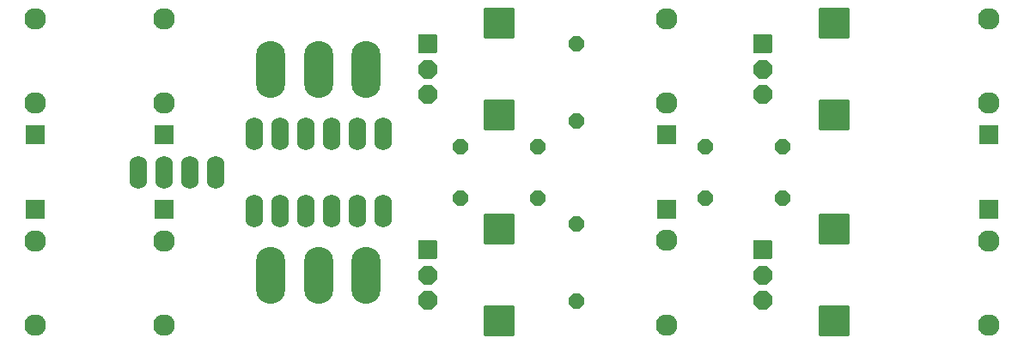
<source format=gbr>
%TF.GenerationSoftware,KiCad,Pcbnew,(6.0.7)*%
%TF.CreationDate,2022-08-20T16:45:58+02:00*%
%TF.ProjectId,ioboard,696f626f-6172-4642-9e6b-696361645f70,rev?*%
%TF.SameCoordinates,Original*%
%TF.FileFunction,Soldermask,Bot*%
%TF.FilePolarity,Negative*%
%FSLAX46Y46*%
G04 Gerber Fmt 4.6, Leading zero omitted, Abs format (unit mm)*
G04 Created by KiCad (PCBNEW (6.0.7)) date 2022-08-20 16:45:58*
%MOMM*%
%LPD*%
G01*
G04 APERTURE LIST*
G04 Aperture macros list*
%AMRoundRect*
0 Rectangle with rounded corners*
0 $1 Rounding radius*
0 $2 $3 $4 $5 $6 $7 $8 $9 X,Y pos of 4 corners*
0 Add a 4 corners polygon primitive as box body*
4,1,4,$2,$3,$4,$5,$6,$7,$8,$9,$2,$3,0*
0 Add four circle primitives for the rounded corners*
1,1,$1+$1,$2,$3*
1,1,$1+$1,$4,$5*
1,1,$1+$1,$6,$7*
1,1,$1+$1,$8,$9*
0 Add four rect primitives between the rounded corners*
20,1,$1+$1,$2,$3,$4,$5,0*
20,1,$1+$1,$4,$5,$6,$7,0*
20,1,$1+$1,$6,$7,$8,$9,0*
20,1,$1+$1,$8,$9,$2,$3,0*%
%AMFreePoly0*
4,1,25,0.333266,0.742596,0.345389,0.732242,0.732242,0.345389,0.760749,0.289441,0.762000,0.273547,0.762000,-0.273547,0.742596,-0.333266,0.732242,-0.345389,0.345389,-0.732242,0.289441,-0.760749,0.273547,-0.762000,-0.273547,-0.762000,-0.333266,-0.742596,-0.345389,-0.732242,-0.732242,-0.345389,-0.760749,-0.289441,-0.762000,-0.273547,-0.762000,0.273547,-0.742596,0.333266,-0.732242,0.345389,
-0.345389,0.732242,-0.289441,0.760749,-0.273547,0.762000,0.273547,0.762000,0.333266,0.742596,0.333266,0.742596,$1*%
%AMFreePoly1*
4,1,25,0.406913,0.920396,0.419036,0.910042,0.910042,0.419036,0.938549,0.363088,0.939800,0.347194,0.939800,-0.347194,0.920396,-0.406913,0.910042,-0.419036,0.419036,-0.910042,0.363088,-0.938549,0.347194,-0.939800,-0.347194,-0.939800,-0.406913,-0.920396,-0.419036,-0.910042,-0.910042,-0.419036,-0.938549,-0.363088,-0.939800,-0.347194,-0.939800,0.347194,-0.920396,0.406913,-0.910042,0.419036,
-0.419036,0.910042,-0.363088,0.938549,-0.347194,0.939800,0.347194,0.939800,0.406913,0.920396,0.406913,0.920396,$1*%
G04 Aperture macros list end*
%ADD10O,2.908300X5.613400*%
%ADD11FreePoly0,270.000000*%
%ADD12RoundRect,0.101600X0.838200X0.838200X-0.838200X0.838200X-0.838200X-0.838200X0.838200X-0.838200X0*%
%ADD13FreePoly1,180.000000*%
%ADD14RoundRect,0.101600X1.400000X1.400000X-1.400000X1.400000X-1.400000X-1.400000X1.400000X-1.400000X0*%
%ADD15FreePoly0,180.000000*%
%ADD16O,1.727200X3.251200*%
%ADD17R,1.930000X1.830000*%
%ADD18C,2.130000*%
%ADD19FreePoly0,0.000000*%
%ADD20FreePoly0,90.000000*%
G04 APERTURE END LIST*
D10*
%TO.C,S2*%
X133515100Y-133261100D03*
X128816100Y-133261100D03*
X124117100Y-133261100D03*
%TD*%
D11*
%TO.C,R16*%
X154216100Y-110401100D03*
X154216100Y-118021100D03*
%TD*%
D12*
%TO.C,CV_ATTN_1*%
X172616100Y-110441100D03*
D13*
X172616100Y-112941100D03*
X172616100Y-115441100D03*
D14*
X179616100Y-117441100D03*
X179616100Y-108441100D03*
%TD*%
D15*
%TO.C,R38*%
X174536100Y-125641100D03*
X166916100Y-125641100D03*
%TD*%
%TO.C,R18*%
X174536100Y-120561100D03*
X166916100Y-120561100D03*
%TD*%
D16*
%TO.C,JP2*%
X135166100Y-119291100D03*
X132626100Y-119291100D03*
X130086100Y-119291100D03*
X127546100Y-119291100D03*
X125006100Y-119291100D03*
X122466100Y-119291100D03*
%TD*%
D17*
%TO.C,AUDIO_OUT_2*%
X100890000Y-126800000D03*
D18*
X100890000Y-138200000D03*
X100890000Y-129900000D03*
%TD*%
D19*
%TO.C,R37*%
X142786100Y-125641100D03*
X150406100Y-125641100D03*
%TD*%
D12*
%TO.C,BIAS_1*%
X139596100Y-110441100D03*
D13*
X139596100Y-112941100D03*
X139596100Y-115441100D03*
D14*
X146596100Y-117441100D03*
X146596100Y-108441100D03*
%TD*%
D20*
%TO.C,R36*%
X154216100Y-135801100D03*
X154216100Y-128181100D03*
%TD*%
D19*
%TO.C,R17*%
X142786100Y-120561100D03*
X150406100Y-120561100D03*
%TD*%
D16*
%TO.C,JP5*%
X111036100Y-123101100D03*
X113576100Y-123101100D03*
X116116100Y-123101100D03*
X118656100Y-123101100D03*
%TD*%
D17*
%TO.C,CV2_2*%
X163110000Y-126770000D03*
D18*
X163110000Y-138170000D03*
X163110000Y-129870000D03*
%TD*%
D12*
%TO.C,BIAS_2*%
X139596100Y-130761100D03*
D13*
X139596100Y-133261100D03*
X139596100Y-135761100D03*
D14*
X146596100Y-137761100D03*
X146596100Y-128761100D03*
%TD*%
D17*
%TO.C,AUDIO_IN_2*%
X113570000Y-126790000D03*
D18*
X113570000Y-138190000D03*
X113570000Y-129890000D03*
%TD*%
D12*
%TO.C,CV_ATTN_2*%
X172616100Y-130761100D03*
D13*
X172616100Y-133261100D03*
X172616100Y-135761100D03*
D14*
X179616100Y-137761100D03*
X179616100Y-128761100D03*
%TD*%
D16*
%TO.C,JP1*%
X135166100Y-126911100D03*
X132626100Y-126911100D03*
X130086100Y-126911100D03*
X127546100Y-126911100D03*
X125006100Y-126911100D03*
X122466100Y-126911100D03*
%TD*%
D17*
%TO.C,AUDIO_IN_1*%
X113580000Y-119390000D03*
D18*
X113580000Y-107990000D03*
X113580000Y-116290000D03*
%TD*%
D10*
%TO.C,S1*%
X133515100Y-112941100D03*
X128816100Y-112941100D03*
X124117100Y-112941100D03*
%TD*%
D17*
%TO.C,AUDIO_OUT_1*%
X100880000Y-119400000D03*
D18*
X100880000Y-108000000D03*
X100880000Y-116300000D03*
%TD*%
D17*
%TO.C,CV2_1*%
X163110000Y-119410000D03*
D18*
X163110000Y-108010000D03*
X163110000Y-116310000D03*
%TD*%
D17*
%TO.C,CV1_2*%
X194850000Y-126780000D03*
D18*
X194850000Y-138180000D03*
X194850000Y-129880000D03*
%TD*%
D17*
%TO.C,CV1_1*%
X194830000Y-119410000D03*
D18*
X194830000Y-108010000D03*
X194830000Y-116310000D03*
%TD*%
M02*

</source>
